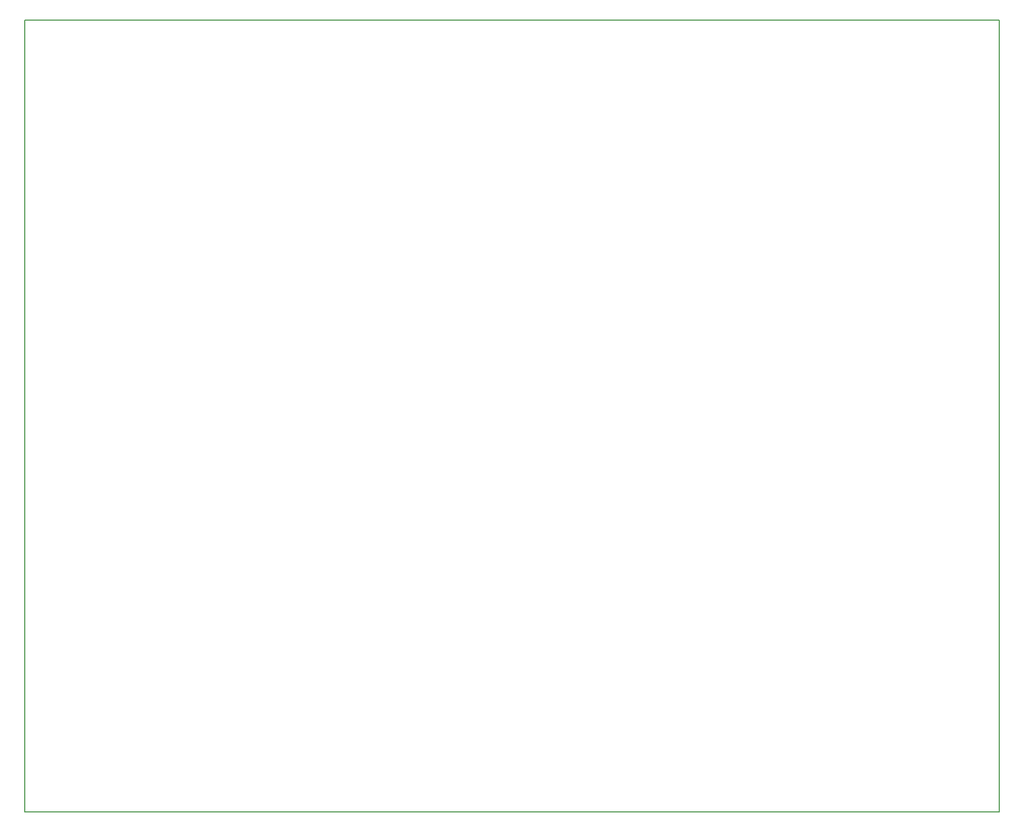
<source format=gbr>
G04 #@! TF.GenerationSoftware,KiCad,Pcbnew,(2017-06-21 revision 54670d678)-makepkg*
G04 #@! TF.CreationDate,2017-10-16T22:16:11+02:00*
G04 #@! TF.ProjectId,plytkaPrzekaznikow,706C79746B6150727A656B617A6E696B,rev?*
G04 #@! TF.SameCoordinates,Original
G04 #@! TF.FileFunction,Profile,NP*
%FSLAX46Y46*%
G04 Gerber Fmt 4.6, Leading zero omitted, Abs format (unit mm)*
G04 Created by KiCad (PCBNEW (2017-06-21 revision 54670d678)-makepkg) date 10/16/17 22:16:11*
%MOMM*%
%LPD*%
G01*
G04 APERTURE LIST*
%ADD10C,0.100000*%
%ADD11C,0.150000*%
G04 APERTURE END LIST*
D10*
D11*
X50000000Y-180000000D02*
X50000000Y-50000000D01*
X210000000Y-180000000D02*
X50000000Y-180000000D01*
X210000000Y-50000000D02*
X210000000Y-180000000D01*
X50000000Y-50000000D02*
X210000000Y-50000000D01*
M02*

</source>
